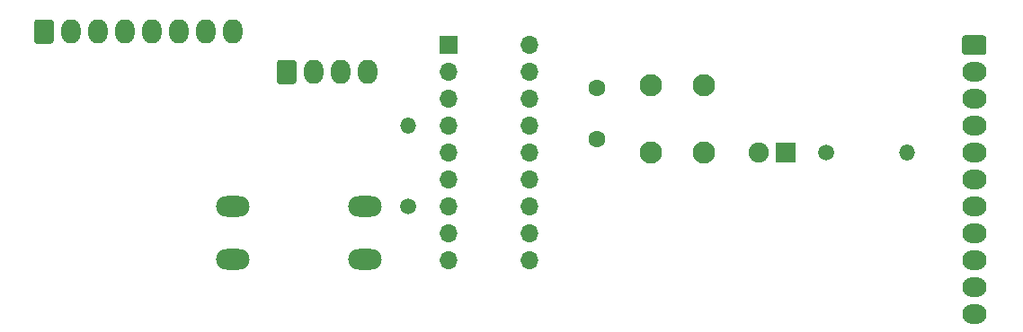
<source format=gbr>
%TF.GenerationSoftware,KiCad,Pcbnew,5.1.6-c6e7f7d~86~ubuntu16.04.1*%
%TF.CreationDate,2020-07-22T20:39:57+01:00*%
%TF.ProjectId,pic_proto1,7069635f-7072-46f7-946f-312e6b696361,rev?*%
%TF.SameCoordinates,Original*%
%TF.FileFunction,Soldermask,Bot*%
%TF.FilePolarity,Negative*%
%FSLAX46Y46*%
G04 Gerber Fmt 4.6, Leading zero omitted, Abs format (unit mm)*
G04 Created by KiCad (PCBNEW 5.1.6-c6e7f7d~86~ubuntu16.04.1) date 2020-07-22 20:39:57*
%MOMM*%
%LPD*%
G01*
G04 APERTURE LIST*
%ADD10O,1.840000X2.290000*%
%ADD11C,1.600000*%
%ADD12O,1.700000X1.700000*%
%ADD13R,1.700000X1.700000*%
%ADD14O,3.148000X1.950000*%
%ADD15O,1.500000X1.500000*%
%ADD16C,1.500000*%
%ADD17O,2.290000X1.840000*%
%ADD18C,1.900000*%
%ADD19R,1.900000X1.900000*%
%ADD20C,2.100000*%
G04 APERTURE END LIST*
D10*
%TO.C,REF\u002A\u002A*%
X143510000Y-48260000D03*
X140970000Y-48260000D03*
X138430000Y-48260000D03*
X135890000Y-48260000D03*
X133350000Y-48260000D03*
X130810000Y-48260000D03*
X128270000Y-48260000D03*
G36*
G01*
X124810000Y-49140633D02*
X124810000Y-47379367D01*
G75*
G02*
X125074367Y-47115000I264367J0D01*
G01*
X126385633Y-47115000D01*
G75*
G02*
X126650000Y-47379367I0J-264367D01*
G01*
X126650000Y-49140633D01*
G75*
G02*
X126385633Y-49405000I-264367J0D01*
G01*
X125074367Y-49405000D01*
G75*
G02*
X124810000Y-49140633I0J264367D01*
G01*
G37*
%TD*%
D11*
%TO.C,X1*%
X177800000Y-53540000D03*
X177800000Y-58420000D03*
%TD*%
D12*
%TO.C,U1*%
X171450000Y-49530000D03*
X163830000Y-69850000D03*
X171450000Y-52070000D03*
X163830000Y-67310000D03*
X171450000Y-54610000D03*
X163830000Y-64770000D03*
X171450000Y-57150000D03*
X163830000Y-62230000D03*
X171450000Y-59690000D03*
X163830000Y-59690000D03*
X171450000Y-62230000D03*
X163830000Y-57150000D03*
X171450000Y-64770000D03*
X163830000Y-54610000D03*
X171450000Y-67310000D03*
X163830000Y-52070000D03*
X171450000Y-69850000D03*
D13*
X163830000Y-49530000D03*
%TD*%
D14*
%TO.C,SW1*%
X143510000Y-69770000D03*
X143510000Y-64770000D03*
X156010000Y-69770000D03*
X156010000Y-64770000D03*
%TD*%
D15*
%TO.C,R2*%
X207010000Y-59690000D03*
D16*
X199390000Y-59690000D03*
%TD*%
D15*
%TO.C,R1*%
X160020000Y-57150000D03*
D16*
X160020000Y-64770000D03*
%TD*%
D17*
%TO.C,J2*%
X213360000Y-74930000D03*
X213360000Y-72390000D03*
X213360000Y-69850000D03*
X213360000Y-67310000D03*
X213360000Y-64770000D03*
X213360000Y-62230000D03*
X213360000Y-59690000D03*
X213360000Y-57150000D03*
X213360000Y-54610000D03*
X213360000Y-52070000D03*
G36*
G01*
X212479367Y-48610000D02*
X214240633Y-48610000D01*
G75*
G02*
X214505000Y-48874367I0J-264367D01*
G01*
X214505000Y-50185633D01*
G75*
G02*
X214240633Y-50450000I-264367J0D01*
G01*
X212479367Y-50450000D01*
G75*
G02*
X212215000Y-50185633I0J264367D01*
G01*
X212215000Y-48874367D01*
G75*
G02*
X212479367Y-48610000I264367J0D01*
G01*
G37*
%TD*%
D10*
%TO.C,J1*%
X156210000Y-52070000D03*
X153670000Y-52070000D03*
X151130000Y-52070000D03*
G36*
G01*
X147670000Y-52950633D02*
X147670000Y-51189367D01*
G75*
G02*
X147934367Y-50925000I264367J0D01*
G01*
X149245633Y-50925000D01*
G75*
G02*
X149510000Y-51189367I0J-264367D01*
G01*
X149510000Y-52950633D01*
G75*
G02*
X149245633Y-53215000I-264367J0D01*
G01*
X147934367Y-53215000D01*
G75*
G02*
X147670000Y-52950633I0J264367D01*
G01*
G37*
%TD*%
D18*
%TO.C,D1*%
X193040000Y-59690000D03*
D19*
X195580000Y-59690000D03*
%TD*%
D20*
%TO.C,C2*%
X187880000Y-53340000D03*
X182880000Y-53340000D03*
%TD*%
%TO.C,C1*%
X187880000Y-59690000D03*
X182880000Y-59690000D03*
%TD*%
M02*

</source>
